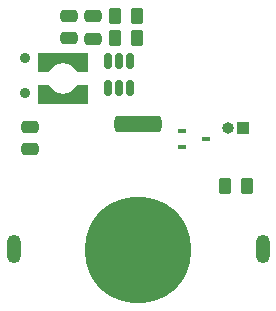
<source format=gbr>
%TF.GenerationSoftware,KiCad,Pcbnew,7.0.5*%
%TF.CreationDate,2023-07-26T01:35:09-03:00*%
%TF.ProjectId,HallCoinDetector,48616c6c-436f-4696-9e44-65746563746f,rev?*%
%TF.SameCoordinates,Original*%
%TF.FileFunction,Soldermask,Top*%
%TF.FilePolarity,Negative*%
%FSLAX46Y46*%
G04 Gerber Fmt 4.6, Leading zero omitted, Abs format (unit mm)*
G04 Created by KiCad (PCBNEW 7.0.5) date 2023-07-26 01:35:09*
%MOMM*%
%LPD*%
G01*
G04 APERTURE LIST*
G04 Aperture macros list*
%AMRoundRect*
0 Rectangle with rounded corners*
0 $1 Rounding radius*
0 $2 $3 $4 $5 $6 $7 $8 $9 X,Y pos of 4 corners*
0 Add a 4 corners polygon primitive as box body*
4,1,4,$2,$3,$4,$5,$6,$7,$8,$9,$2,$3,0*
0 Add four circle primitives for the rounded corners*
1,1,$1+$1,$2,$3*
1,1,$1+$1,$4,$5*
1,1,$1+$1,$6,$7*
1,1,$1+$1,$8,$9*
0 Add four rect primitives between the rounded corners*
20,1,$1+$1,$2,$3,$4,$5,0*
20,1,$1+$1,$4,$5,$6,$7,0*
20,1,$1+$1,$6,$7,$8,$9,0*
20,1,$1+$1,$8,$9,$2,$3,0*%
%AMFreePoly0*
4,1,19,2.150000,-1.200000,1.177922,-1.200000,1.064578,-1.003895,0.918917,-0.830439,0.745359,-0.684899,0.549174,-0.571693,0.336318,-0.494257,0.113252,-0.454942,-0.113252,-0.454942,-0.336318,-0.494257,-0.549174,-0.571693,-0.745359,-0.684899,-0.918917,-0.830439,-1.064578,-1.003895,-1.177922,-1.200000,-2.150000,-1.200000,-2.150000,0.400000,2.150000,0.400000,2.150000,-1.200000,2.150000,-1.200000,
$1*%
%AMFreePoly1*
4,1,19,-1.064578,1.003895,-0.918917,0.830439,-0.745359,0.684899,-0.549174,0.571693,-0.336318,0.494257,-0.113252,0.454942,0.113252,0.454942,0.336318,0.494257,0.549174,0.571693,0.745359,0.684899,0.918917,0.830439,1.064578,1.003895,1.177922,1.200000,2.150000,1.200000,2.150000,-0.400000,-2.150000,-0.400000,-2.150000,1.200000,-1.177922,1.200000,-1.064578,1.003895,-1.064578,1.003895,
$1*%
G04 Aperture macros list end*
%ADD10R,1.000000X1.000000*%
%ADD11O,1.000000X1.000000*%
%ADD12RoundRect,0.150000X0.150000X-0.512500X0.150000X0.512500X-0.150000X0.512500X-0.150000X-0.512500X0*%
%ADD13RoundRect,0.350000X-1.650000X0.350000X-1.650000X-0.350000X1.650000X-0.350000X1.650000X0.350000X0*%
%ADD14O,1.200000X2.400000*%
%ADD15C,9.000000*%
%ADD16RoundRect,0.250000X0.262500X0.450000X-0.262500X0.450000X-0.262500X-0.450000X0.262500X-0.450000X0*%
%ADD17RoundRect,0.250000X0.475000X-0.250000X0.475000X0.250000X-0.475000X0.250000X-0.475000X-0.250000X0*%
%ADD18RoundRect,0.250000X-0.262500X-0.450000X0.262500X-0.450000X0.262500X0.450000X-0.262500X0.450000X0*%
%ADD19FreePoly0,0.000000*%
%ADD20FreePoly1,0.000000*%
%ADD21R,0.700000X0.450000*%
%ADD22C,0.900000*%
G04 APERTURE END LIST*
D10*
%TO.C,M1*%
X175360400Y-106175700D03*
D11*
X174090400Y-106175700D03*
%TD*%
D12*
%TO.C,U2*%
X163890000Y-102807500D03*
X164840000Y-102807500D03*
X165790000Y-102807500D03*
X165790000Y-100532500D03*
X164840000Y-100532500D03*
X163890000Y-100532500D03*
%TD*%
D13*
%TO.C,BT1*%
X166454900Y-105873800D03*
D14*
X176995900Y-116414800D03*
X155913900Y-116414800D03*
D15*
X166454900Y-116541800D03*
%TD*%
D16*
%TO.C,R2*%
X166326500Y-96653600D03*
X164501500Y-96653600D03*
%TD*%
D17*
%TO.C,C1*%
X160638800Y-98568800D03*
X160638800Y-96668800D03*
%TD*%
D16*
%TO.C,R14*%
X175671800Y-111080800D03*
X173846800Y-111080800D03*
%TD*%
D18*
%TO.C,R1*%
X164501500Y-98584000D03*
X166326500Y-98584000D03*
%TD*%
D17*
%TO.C,C2*%
X157336800Y-107966800D03*
X157336800Y-106066800D03*
%TD*%
D19*
%TO.C,L1*%
X160057200Y-100237600D03*
D20*
X160057200Y-103737600D03*
%TD*%
D21*
%TO.C,Q2*%
X170170400Y-106458000D03*
X170170400Y-107758000D03*
X172170400Y-107108000D03*
%TD*%
D17*
%TO.C,C3*%
X162670800Y-98619600D03*
X162670800Y-96719600D03*
%TD*%
D22*
%TO.C,SW1*%
X156879600Y-103209600D03*
X156879600Y-100209600D03*
%TD*%
M02*

</source>
